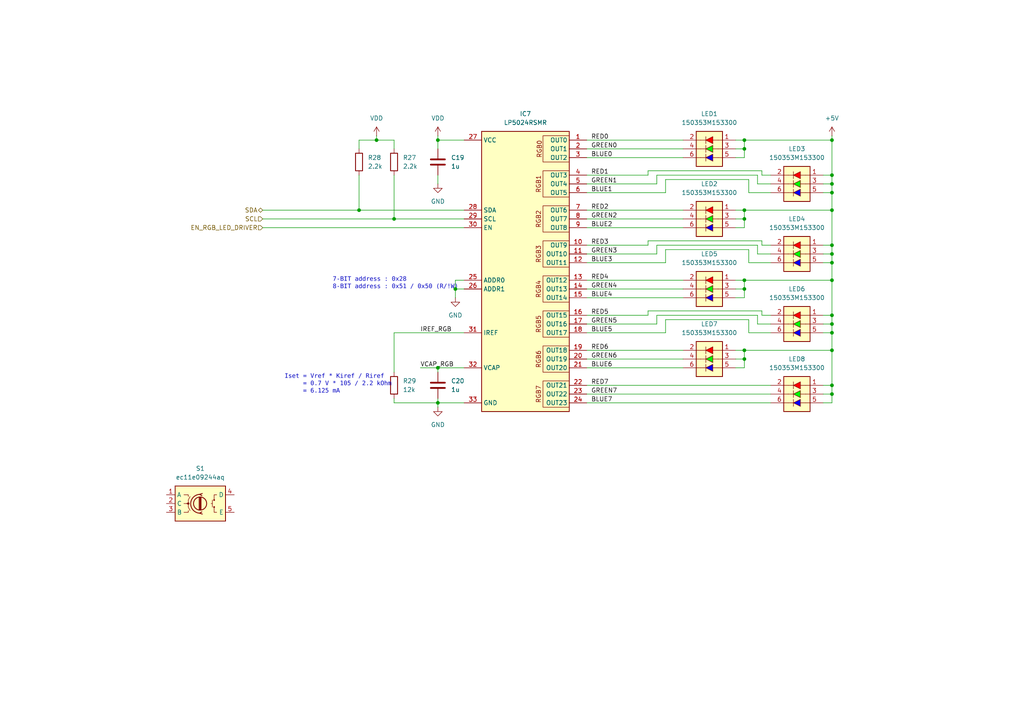
<source format=kicad_sch>
(kicad_sch (version 20250114) (generator "eeschema") (generator_version "9.0")
  (paper "A4")
  (lib_symbols
    (symbol "Device:C" (pin_numbers (hide yes)) (pin_names (offset 0.254))
      (property "Reference" "C" (at 0.635 2.54 0))
      (property "Value" "C" (at 0.635 -2.54 0))
      (symbol "C_0_1"
        (polyline (pts (xy -2.032 0.762) (xy 2.032 0.762)) (stroke (width 0.508)))
        (polyline (pts (xy -2.032 -0.762) (xy 2.032 -0.762)) (stroke (width 0.508)))
      )
      (symbol "C_1_1"
        (pin passive line (at 0 3.81 270) (length 2.794) (name "~") (number "1"))
        (pin passive line (at 0 -3.81 90) (length 2.794) (name "~") (number "2"))
      )
    )
    (symbol "Device:R" (pin_numbers (hide yes)) (pin_names (offset 0))
      (property "Reference" "R" (at 2.032 0 90))
      (property "Value" "R" (at 0 0 90))
      (symbol "R_0_1"
        (rectangle (start -1.016 -2.54) (end 1.016 2.54) (stroke (width 0.254)))
      )
      (symbol "R_1_1"
        (pin passive line (at 0 3.81 270) (length 1.27) (name "~") (number "1"))
        (pin passive line (at 0 -3.81 90) (length 1.27) (name "~") (number "2"))
      )
    )
    (symbol "TrashFlash:150353M153300"
      (property "Reference" "LED" (at 13.97 7.62 0))
      (property "Value" "150353M153300" (at 13.97 5.08 0))
      (symbol "150353M153300_1_1"
        (rectangle (start 13.97 2.54) (end 21.59 -7.62) (stroke (width 0.254)) (fill (type background)))
        (polyline (pts (xy 16.764 0) (xy 15.24 0)))
        (polyline (pts (xy 16.764 -1.016) (xy 16.764 1.016) (xy 18.796 0) (xy 16.764 -1.016)) (fill (type color) (color 255 0 0 1)))
        (polyline (pts (xy 16.764 -2.54) (xy 15.24 -2.54)))
        (polyline (pts (xy 16.764 -3.556) (xy 16.764 -1.524) (xy 18.796 -2.54) (xy 16.764 -3.556)) (fill (type color) (color 0 255 0 1)))
        (polyline (pts (xy 16.764 -5.08) (xy 15.24 -5.08)))
        (polyline (pts (xy 16.764 -6.096) (xy 16.764 -4.064) (xy 18.796 -5.08) (xy 16.764 -6.096)) (fill (type color) (color 0 0 255 1)))
        (polyline (pts (xy 18.796 1.016) (xy 18.796 -1.016)))
        (polyline (pts (xy 18.796 0) (xy 20.32 0)))
        (polyline (pts (xy 18.796 -1.524) (xy 18.796 -3.556)))
        (polyline (pts (xy 18.796 -2.54) (xy 20.32 -2.54)))
        (polyline (pts (xy 18.796 -4.064) (xy 18.796 -6.096)))
        (polyline (pts (xy 18.796 -5.08) (xy 20.32 -5.08)))
        (pin passive line (at 10.16 0 0) (length 5.08) (name "A_RED") (number "1"))
        (pin passive line (at 10.16 -2.54 0) (length 5.08) (name "A_GREEN") (number "3"))
        (pin passive line (at 10.16 -5.08 0) (length 5.08) (name "A_BLUE") (number "5"))
        (pin passive line (at 25.4 0 180) (length 5.08) (name "K_RED") (number "2"))
        (pin passive line (at 25.4 -2.54 180) (length 5.08) (name "K_GREEN") (number "4"))
        (pin passive line (at 25.4 -5.08 180) (length 5.08) (name "K_BLUE") (number "6"))
      )
    )
    (symbol "TrashFlash:LP5024RSMR"
      (property "Reference" "IC" (at -0.254 5.334 0))
      (property "Value" "LP5024RSMR" (at -0.254 2.794 0))
      (symbol "LP5024RSMR_0_1"
        (polyline (pts (xy 25.4 -8.89) (xy 17.78 -8.89) (xy 17.78 -1.27) (xy 25.4 -1.27)))
        (polyline (pts (xy 25.4 -19.05) (xy 17.78 -19.05) (xy 17.78 -11.43) (xy 25.4 -11.43)))
        (polyline (pts (xy 25.4 -29.21) (xy 17.78 -29.21) (xy 17.78 -21.59) (xy 25.4 -21.59)))
        (polyline (pts (xy 25.4 -39.37) (xy 17.78 -39.37) (xy 17.78 -31.75) (xy 25.4 -31.75)))
        (polyline (pts (xy 25.4 -49.53) (xy 17.78 -49.53) (xy 17.78 -41.91) (xy 25.4 -41.91)))
        (polyline (pts (xy 25.4 -59.69) (xy 17.78 -59.69) (xy 17.78 -52.07) (xy 25.4 -52.07)))
        (polyline (pts (xy 25.4 -69.85) (xy 17.78 -69.85) (xy 17.78 -62.23) (xy 25.4 -62.23)))
        (polyline (pts (xy 25.4 -80.01) (xy 17.78 -80.01) (xy 17.78 -72.39) (xy 25.4 -72.39)))
      )
      (symbol "LP5024RSMR_1_1"
        (rectangle (start 0 0) (end 25.4 -81.28) (stroke (width 0.254)) (fill (type background)))
        (text "RGB1" (at 16.51 -15.24 900) (effects (font (size 1.27 1.27))))
        (text "RGB2" (at 16.51 -25.4 900) (effects (font (size 1.27 1.27))))
        (text "RGB3" (at 16.51 -35.56 900) (effects (font (size 1.27 1.27))))
        (text "RGB4" (at 16.51 -45.72 900) (effects (font (size 1.27 1.27))))
        (text "RGB5" (at 16.51 -55.88 900) (effects (font (size 1.27 1.27))))
        (text "RGB6" (at 16.51 -66.04 900) (effects (font (size 1.27 1.27))))
        (text "RGB7" (at 16.51 -76.2 900) (effects (font (size 1.27 1.27))))
        (text "RGB0" (at 16.764 -5.08 900) (effects (font (size 1.27 1.27))))
        (pin power_in line (at -5.08 -2.54 0) (length 5.08) (name "VCC") (number "27"))
        (pin bidirectional line (at -5.08 -22.86 0) (length 5.08) (name "SDA") (number "28"))
        (pin bidirectional line (at -5.08 -25.4 0) (length 5.08) (name "SCL") (number "29"))
        (pin input line (at -5.08 -27.94 0) (length 5.08) (name "EN") (number "30"))
        (pin input line (at -5.08 -43.18 0) (length 5.08) (name "ADDR0") (number "25"))
        (pin input line (at -5.08 -45.72 0) (length 5.08) (name "ADDR1") (number "26"))
        (pin input line (at -5.08 -58.42 0) (length 5.08) (name "IREF") (number "31"))
        (pin power_in line (at -5.08 -68.58 0) (length 5.08) (name "VCAP") (number "32"))
        (pin power_in line (at -5.08 -78.74 0) (length 5.08) (name "GND") (number "33"))
        (pin output line (at 30.48 -2.54 180) (length 5.08) (name "OUT0") (number "1"))
        (pin output line (at 30.48 -5.08 180) (length 5.08) (name "OUT1") (number "2"))
        (pin output line (at 30.48 -7.62 180) (length 5.08) (name "OUT2") (number "3"))
        (pin output line (at 30.48 -12.7 180) (length 5.08) (name "OUT3") (number "4"))
        (pin output line (at 30.48 -15.24 180) (length 5.08) (name "OUT4") (number "5"))
        (pin output line (at 30.48 -17.78 180) (length 5.08) (name "OUT5") (number "6"))
        (pin output line (at 30.48 -22.86 180) (length 5.08) (name "OUT6") (number "7"))
        (pin output line (at 30.48 -25.4 180) (length 5.08) (name "OUT7") (number "8"))
        (pin output line (at 30.48 -27.94 180) (length 5.08) (name "OUT8") (number "9"))
        (pin output line (at 30.48 -33.02 180) (length 5.08) (name "OUT9") (number "10"))
        (pin output line (at 30.48 -35.56 180) (length 5.08) (name "OUT10") (number "11"))
        (pin output line (at 30.48 -38.1 180) (length 5.08) (name "OUT11") (number "12"))
        (pin output line (at 30.48 -43.18 180) (length 5.08) (name "OUT12") (number "13"))
        (pin output line (at 30.48 -45.72 180) (length 5.08) (name "OUT13") (number "14"))
        (pin output line (at 30.48 -48.26 180) (length 5.08) (name "OUT14") (number "15"))
        (pin output line (at 30.48 -53.34 180) (length 5.08) (name "OUT15") (number "16"))
        (pin output line (at 30.48 -55.88 180) (length 5.08) (name "OUT16") (number "17"))
        (pin output line (at 30.48 -58.42 180) (length 5.08) (name "OUT17") (number "18"))
        (pin output line (at 30.48 -63.5 180) (length 5.08) (name "OUT18") (number "19"))
        (pin output line (at 30.48 -66.04 180) (length 5.08) (name "OUT19") (number "20"))
        (pin output line (at 30.48 -68.58 180) (length 5.08) (name "OUT20") (number "21"))
        (pin output line (at 30.48 -73.66 180) (length 5.08) (name "OUT21") (number "22"))
        (pin output line (at 30.48 -76.2 180) (length 5.08) (name "OUT22") (number "23"))
        (pin output line (at 30.48 -78.74 180) (length 5.08) (name "OUT23") (number "24"))
      )
    )
    (symbol "TrashFlash:ec11e09244aq"
      (property "Reference" "S" (at 0.762 6.096 0))
      (property "Value" "ec11e09244aq" (at 0 0 0))
      (symbol "ec11e09244aq_0_1"
        (rectangle (start 2.54 2.54) (end 17.145 -7.62) (stroke (width 0.254)) (fill (type background)))
        (polyline (pts (xy 5.08 0) (xy 6.35 0) (xy 6.35 -0.508)))
        (polyline (pts (xy 5.08 -2.54) (xy 6.35 -2.54) (xy 6.35 -3.556) (xy 6.858 -4.572)))
        (polyline (pts (xy 5.08 -5.08) (xy 6.35 -5.08) (xy 6.35 -4.572)))
        (polyline (pts (xy 5.842 -2.54) (xy 6.35 -2.54) (xy 6.35 -1.524) (xy 6.858 -0.508)))
        (circle (center 6.35 -2.54) (radius 0.254) (fill (type outline)))
        (polyline (pts (xy 9.525 -4.318) (xy 9.525 -0.762)) (stroke (width 0.254)))
        (circle (center 9.779 -2.54) (radius 1.905) (stroke (width 0.254)))
        (polyline (pts (xy 9.779 -4.318) (xy 9.779 -0.762)) (stroke (width 0.254)))
        (arc (start 9.779 -5.334) (mid 7.0612 -2.6035) (end 9.779 0.127) (stroke (width 0.254)))
        (polyline (pts (xy 10.033 -0.762) (xy 10.033 -4.318)) (stroke (width 0.254)))
        (polyline (pts (xy 10.414 0.381) (xy 9.652 0.127) (xy 10.287 -0.254)) (stroke (width 0.254)))
        (polyline (pts (xy 10.414 -5.588) (xy 9.652 -5.334) (xy 10.287 -4.953)) (stroke (width 0.254)))
        (circle (center 13.843 -1.524) (radius 0.127) (stroke (width 0.254)))
        (circle (center 13.843 -3.556) (radius 0.127) (stroke (width 0.254)))
      )
      (symbol "ec11e09244aq_1_1"
        (polyline (pts (xy 13.335 -1.524) (xy 13.335 -3.556)))
        (polyline (pts (xy 13.335 -2.54) (xy 12.954 -2.54)))
        (polyline (pts (xy 14.605 0) (xy 13.843 0) (xy 13.843 -1.524)))
        (polyline (pts (xy 14.605 -5.08) (xy 13.843 -5.08) (xy 13.843 -3.556)))
        (pin passive line (at 0 0 0) (length 2.54) (name "A") (number "1"))
        (pin passive line (at 0 -2.54 0) (length 2.54) (name "C") (number "2"))
        (pin passive line (at 0 -5.08 0) (length 2.54) (name "B") (number "3"))
        (pin passive line (at 19.685 0 180) (length 2.54) (name "D") (number "4"))
        (pin passive line (at 19.685 -5.08 180) (length 2.54) (name "E") (number "5"))
      )
    )
    (symbol "power:+5V" (power) (pin_numbers (hide yes)) (pin_names (offset 0) (hide yes))
      (property "Value" "+5V" (at 0 3.556 0))
      (symbol "+5V_0_1"
        (polyline (pts (xy -0.762 1.27) (xy 0 2.54)))
        (polyline (pts (xy 0 2.54) (xy 0.762 1.27)))
        (polyline (pts (xy 0 0) (xy 0 2.54)))
      )
      (symbol "+5V_1_1"
        (pin power_in line (at 0 0 90) (length 0) (name "~") (number "1"))
      )
    )
    (symbol "power:GND" (power) (pin_numbers (hide yes)) (pin_names (offset 0) (hide yes))
      (property "Value" "GND" (at 0 -3.81 0))
      (symbol "GND_0_1"
        (polyline (pts (xy 0 0) (xy 0 -1.27) (xy 1.27 -1.27) (xy 0 -2.54) (xy -1.27 -1.27) (xy 0 -1.27)))
      )
      (symbol "GND_1_1"
        (pin power_in line (at 0 0 270) (length 0) (name "~") (number "1"))
      )
    )
    (symbol "power:VDD" (power) (pin_numbers (hide yes)) (pin_names (offset 0) (hide yes))
      (property "Value" "VDD" (at 0 3.556 0))
      (symbol "VDD_0_1"
        (polyline (pts (xy -0.762 1.27) (xy 0 2.54)))
        (polyline (pts (xy 0 2.54) (xy 0.762 1.27)))
        (polyline (pts (xy 0 0) (xy 0 2.54)))
      )
      (symbol "VDD_1_1"
        (pin power_in line (at 0 0 90) (length 0) (name "~") (number "1"))
      )
    )
  )
  (text "7-BIT address : 0x28\n8-BIT address : 0x51 / 0x50 (R/!W)" (at 96.52 82.55 0) (effects (font (size 1.27 1.27)) (justify left)))
  (text "Iset = Vref * Kiref / Riref\n     = 0.7 V * 105 / 2.2 kOhm \n     = 6.125 mA" (at 82.55 111.76 0) (effects (font (size 1.27 1.27)) (justify left)))
  (junction (at 127 40.64))
  (junction (at 114.3 63.5))
  (junction (at 241.3 91.44))
  (junction (at 241.3 71.12))
  (junction (at 215.9 104.14))
  (junction (at 241.3 73.66))
  (junction (at 241.3 55.88))
  (junction (at 241.3 40.64))
  (junction (at 241.3 93.98))
  (junction (at 127 116.84))
  (junction (at 132.08 83.82))
  (junction (at 215.9 40.64))
  (junction (at 241.3 96.52))
  (junction (at 215.9 43.18))
  (junction (at 215.9 83.82))
  (junction (at 241.3 101.6))
  (junction (at 109.22 40.64))
  (junction (at 241.3 53.34))
  (junction (at 241.3 76.2))
  (junction (at 127 106.68))
  (junction (at 215.9 60.96))
  (junction (at 241.3 60.96))
  (junction (at 241.3 81.28))
  (junction (at 215.9 81.28))
  (junction (at 241.3 114.3))
  (junction (at 215.9 63.5))
  (junction (at 241.3 50.8))
  (junction (at 241.3 111.76))
  (junction (at 215.9 101.6))
  (junction (at 104.14 60.96))
  (wire (pts (xy 198.12 40.64) (xy 170.18 40.64)))
  (wire (pts (xy 193.04 76.2) (xy 193.04 72.39)))
  (wire (pts (xy 190.5 71.12) (xy 219.71 71.12)))
  (wire (pts (xy 220.98 49.53) (xy 220.98 50.8)))
  (wire (pts (xy 190.5 53.34) (xy 190.5 50.8)))
  (wire (pts (xy 187.96 91.44) (xy 187.96 90.17)))
  (wire (pts (xy 215.9 83.82) (xy 215.9 81.28)))
  (wire (pts (xy 217.17 55.88) (xy 223.52 55.88)))
  (wire (pts (xy 213.36 81.28) (xy 215.9 81.28)))
  (wire (pts (xy 241.3 76.2) (xy 241.3 73.66)))
  (wire (pts (xy 238.76 71.12) (xy 241.3 71.12)))
  (wire (pts (xy 104.14 60.96) (xy 134.62 60.96)))
  (wire (pts (xy 213.36 86.36) (xy 215.9 86.36)))
  (wire (pts (xy 170.18 55.88) (xy 193.04 55.88)))
  (wire (pts (xy 238.76 96.52) (xy 241.3 96.52)))
  (wire (pts (xy 215.9 45.72) (xy 215.9 43.18)))
  (wire (pts (xy 187.96 49.53) (xy 220.98 49.53)))
  (wire (pts (xy 241.3 40.64) (xy 241.3 50.8)))
  (wire (pts (xy 198.12 43.18) (xy 170.18 43.18)))
  (wire (pts (xy 219.71 53.34) (xy 223.52 53.34)))
  (wire (pts (xy 193.04 52.07) (xy 217.17 52.07)))
  (wire (pts (xy 220.98 69.85) (xy 220.98 71.12)))
  (wire (pts (xy 198.12 106.68) (xy 170.18 106.68)))
  (wire (pts (xy 134.62 81.28) (xy 132.08 81.28)))
  (wire (pts (xy 238.76 53.34) (xy 241.3 53.34)))
  (wire (pts (xy 219.71 50.8) (xy 219.71 53.34)))
  (wire (pts (xy 104.14 43.18) (xy 104.14 40.64)))
  (wire (pts (xy 193.04 55.88) (xy 193.04 52.07)))
  (wire (pts (xy 241.3 55.88) (xy 241.3 53.34)))
  (wire (pts (xy 104.14 40.64) (xy 109.22 40.64)))
  (wire (pts (xy 76.2 63.5) (xy 114.3 63.5)))
  (wire (pts (xy 132.08 83.82) (xy 134.62 83.82)))
  (wire (pts (xy 217.17 72.39) (xy 217.17 76.2)))
  (wire (pts (xy 187.96 90.17) (xy 220.98 90.17)))
  (wire (pts (xy 198.12 63.5) (xy 170.18 63.5)))
  (wire (pts (xy 220.98 71.12) (xy 223.52 71.12)))
  (wire (pts (xy 187.96 50.8) (xy 187.96 49.53)))
  (wire (pts (xy 132.08 81.28) (xy 132.08 83.82)))
  (wire (pts (xy 217.17 92.71) (xy 217.17 96.52)))
  (wire (pts (xy 198.12 45.72) (xy 170.18 45.72)))
  (wire (pts (xy 170.18 73.66) (xy 190.5 73.66)))
  (wire (pts (xy 127 50.8) (xy 127 53.34)))
  (wire (pts (xy 241.3 96.52) (xy 241.3 101.6)))
  (wire (pts (xy 170.18 50.8) (xy 187.96 50.8)))
  (wire (pts (xy 217.17 52.07) (xy 217.17 55.88)))
  (wire (pts (xy 127 39.37) (xy 127 40.64)))
  (wire (pts (xy 215.9 60.96) (xy 241.3 60.96)))
  (wire (pts (xy 220.98 90.17) (xy 220.98 91.44)))
  (wire (pts (xy 193.04 72.39) (xy 217.17 72.39)))
  (wire (pts (xy 198.12 101.6) (xy 170.18 101.6)))
  (wire (pts (xy 213.36 106.68) (xy 215.9 106.68)))
  (wire (pts (xy 170.18 116.84) (xy 223.52 116.84)))
  (wire (pts (xy 241.3 81.28) (xy 241.3 91.44)))
  (wire (pts (xy 213.36 66.04) (xy 215.9 66.04)))
  (wire (pts (xy 190.5 73.66) (xy 190.5 71.12)))
  (wire (pts (xy 114.3 115.57) (xy 114.3 116.84)))
  (wire (pts (xy 238.76 116.84) (xy 241.3 116.84)))
  (wire (pts (xy 170.18 93.98) (xy 190.5 93.98)))
  (wire (pts (xy 241.3 93.98) (xy 241.3 91.44)))
  (wire (pts (xy 114.3 63.5) (xy 134.62 63.5)))
  (wire (pts (xy 215.9 106.68) (xy 215.9 104.14)))
  (wire (pts (xy 114.3 96.52) (xy 134.62 96.52)))
  (wire (pts (xy 219.71 73.66) (xy 223.52 73.66)))
  (wire (pts (xy 241.3 73.66) (xy 241.3 71.12)))
  (wire (pts (xy 215.9 104.14) (xy 215.9 101.6)))
  (wire (pts (xy 170.18 53.34) (xy 190.5 53.34)))
  (wire (pts (xy 76.2 66.04) (xy 134.62 66.04)))
  (wire (pts (xy 220.98 50.8) (xy 223.52 50.8)))
  (wire (pts (xy 76.2 60.96) (xy 104.14 60.96)))
  (wire (pts (xy 114.3 50.8) (xy 114.3 63.5)))
  (wire (pts (xy 127 116.84) (xy 127 118.11)))
  (wire (pts (xy 187.96 71.12) (xy 187.96 69.85)))
  (wire (pts (xy 217.17 96.52) (xy 223.52 96.52)))
  (wire (pts (xy 215.9 86.36) (xy 215.9 83.82)))
  (wire (pts (xy 241.3 101.6) (xy 241.3 111.76)))
  (wire (pts (xy 238.76 93.98) (xy 241.3 93.98)))
  (wire (pts (xy 132.08 83.82) (xy 132.08 86.36)))
  (wire (pts (xy 114.3 96.52) (xy 114.3 107.95)))
  (wire (pts (xy 190.5 91.44) (xy 219.71 91.44)))
  (wire (pts (xy 241.3 114.3) (xy 241.3 111.76)))
  (wire (pts (xy 238.76 73.66) (xy 241.3 73.66)))
  (wire (pts (xy 241.3 53.34) (xy 241.3 50.8)))
  (wire (pts (xy 193.04 92.71) (xy 217.17 92.71)))
  (wire (pts (xy 170.18 96.52) (xy 193.04 96.52)))
  (wire (pts (xy 198.12 83.82) (xy 170.18 83.82)))
  (wire (pts (xy 238.76 91.44) (xy 241.3 91.44)))
  (wire (pts (xy 213.36 83.82) (xy 215.9 83.82)))
  (wire (pts (xy 170.18 76.2) (xy 193.04 76.2)))
  (wire (pts (xy 198.12 60.96) (xy 170.18 60.96)))
  (wire (pts (xy 114.3 116.84) (xy 127 116.84)))
  (wire (pts (xy 198.12 66.04) (xy 170.18 66.04)))
  (wire (pts (xy 241.3 96.52) (xy 241.3 93.98)))
  (wire (pts (xy 121.92 106.68) (xy 127 106.68)))
  (wire (pts (xy 127 115.57) (xy 127 116.84)))
  (wire (pts (xy 220.98 91.44) (xy 223.52 91.44)))
  (wire (pts (xy 215.9 101.6) (xy 241.3 101.6)))
  (wire (pts (xy 241.3 116.84) (xy 241.3 114.3)))
  (wire (pts (xy 241.3 55.88) (xy 241.3 60.96)))
  (wire (pts (xy 187.96 69.85) (xy 220.98 69.85)))
  (wire (pts (xy 241.3 76.2) (xy 241.3 81.28)))
  (wire (pts (xy 219.71 91.44) (xy 219.71 93.98)))
  (wire (pts (xy 241.3 39.37) (xy 241.3 40.64)))
  (wire (pts (xy 213.36 60.96) (xy 215.9 60.96)))
  (wire (pts (xy 104.14 50.8) (xy 104.14 60.96)))
  (wire (pts (xy 109.22 40.64) (xy 114.3 40.64)))
  (wire (pts (xy 213.36 40.64) (xy 215.9 40.64)))
  (wire (pts (xy 217.17 76.2) (xy 223.52 76.2)))
  (wire (pts (xy 213.36 43.18) (xy 215.9 43.18)))
  (wire (pts (xy 170.18 111.76) (xy 223.52 111.76)))
  (wire (pts (xy 213.36 45.72) (xy 215.9 45.72)))
  (wire (pts (xy 190.5 50.8) (xy 219.71 50.8)))
  (wire (pts (xy 114.3 40.64) (xy 114.3 43.18)))
  (wire (pts (xy 198.12 81.28) (xy 170.18 81.28)))
  (wire (pts (xy 215.9 63.5) (xy 215.9 60.96)))
  (wire (pts (xy 213.36 63.5) (xy 215.9 63.5)))
  (wire (pts (xy 241.3 60.96) (xy 241.3 71.12)))
  (wire (pts (xy 190.5 93.98) (xy 190.5 91.44)))
  (wire (pts (xy 219.71 71.12) (xy 219.71 73.66)))
  (wire (pts (xy 127 40.64) (xy 127 43.18)))
  (wire (pts (xy 127 40.64) (xy 134.62 40.64)))
  (wire (pts (xy 213.36 104.14) (xy 215.9 104.14)))
  (wire (pts (xy 127 106.68) (xy 134.62 106.68)))
  (wire (pts (xy 198.12 86.36) (xy 170.18 86.36)))
  (wire (pts (xy 215.9 40.64) (xy 241.3 40.64)))
  (wire (pts (xy 238.76 76.2) (xy 241.3 76.2)))
  (wire (pts (xy 127 116.84) (xy 134.62 116.84)))
  (wire (pts (xy 238.76 55.88) (xy 241.3 55.88)))
  (wire (pts (xy 127 107.95) (xy 127 106.68)))
  (wire (pts (xy 215.9 66.04) (xy 215.9 63.5)))
  (wire (pts (xy 215.9 43.18) (xy 215.9 40.64)))
  (wire (pts (xy 109.22 39.37) (xy 109.22 40.64)))
  (wire (pts (xy 198.12 104.14) (xy 170.18 104.14)))
  (wire (pts (xy 170.18 114.3) (xy 223.52 114.3)))
  (wire (pts (xy 170.18 91.44) (xy 187.96 91.44)))
  (wire (pts (xy 238.76 50.8) (xy 241.3 50.8)))
  (wire (pts (xy 213.36 101.6) (xy 215.9 101.6)))
  (wire (pts (xy 219.71 93.98) (xy 223.52 93.98)))
  (wire (pts (xy 238.76 111.76) (xy 241.3 111.76)))
  (wire (pts (xy 238.76 114.3) (xy 241.3 114.3)))
  (wire (pts (xy 215.9 81.28) (xy 241.3 81.28)))
  (wire (pts (xy 170.18 71.12) (xy 187.96 71.12)))
  (wire (pts (xy 193.04 96.52) (xy 193.04 92.71)))
  (label "RED1" (at 171.45 50.8 0))
  (label "BLUE5" (at 171.45 96.52 0))
  (label "GREEN6" (at 171.45 104.14 0))
  (label "RED2" (at 171.45 60.96 0))
  (label "VCAP_RGB" (at 121.92 106.68 0))
  (label "GREEN3" (at 171.45 73.66 0))
  (label "RED6" (at 171.45 101.6 0))
  (label "GREEN4" (at 171.45 83.82 0))
  (label "RED7" (at 171.45 111.76 0))
  (label "RED4" (at 171.45 81.28 0))
  (label "IREF_RGB" (at 121.92 96.52 0))
  (label "BLUE3" (at 171.45 76.2 0))
  (label "GREEN7" (at 171.45 114.3 0))
  (label "GREEN1" (at 171.45 53.34 0))
  (label "BLUE0" (at 171.45 45.72 0))
  (label "BLUE1" (at 171.45 55.88 0))
  (label "RED5" (at 171.45 91.44 0))
  (label "BLUE2" (at 171.45 66.04 0))
  (label "BLUE7" (at 171.45 116.84 0))
  (label "BLUE4" (at 171.45 86.36 0))
  (label "GREEN0" (at 171.45 43.18 0))
  (label "BLUE6" (at 171.45 106.68 0))
  (label "RED3" (at 171.45 71.12 0))
  (label "RED0" (at 171.45 40.64 0))
  (label "GREEN2" (at 171.45 63.5 0))
  (label "GREEN5" (at 171.45 93.98 0))
  (hierarchical_label "SCL" (shape input) (at 76.2 63.5 180))
  (hierarchical_label "SDA" (shape bidirectional) (at 76.2 60.96 180))
  (hierarchical_label "EN_RGB_LED_DRIVER" (shape input) (at 76.2 66.04 180))
  (symbol (lib_id "TrashFlash:150353M153300") (at 248.92 71.12 0) (mirror y) (unit 1)
    (property "Reference" "LED4" (at 231.14 63.5 0))
    (property "Value" "150353M153300" (at 231.14 66.04 0))
    (property "Footprint" "TrashFlash:150353M153300" (effects (hide yes)))
    (property "Datasheet" "https://www.we-online.com/components/products/datasheet/150353M153300.pdf" (effects (hide yes)))
    (property "Description" "Standard LEDs - SMD WL-SFTD SMD Top Diff SMD 3535 RGB" (effects (hide yes)))
    (property "Height" "2.9" (effects (hide yes)))
    (property "Mouser Part Number" "710-150353M153300" (effects (hide yes)))
    (property "Mouser Price/Stock" "https://www.mouser.co.uk/ProductDetail/Wurth-Elektronik/150353M153300?qs=fAHHVMwC%252BbjWUoA73sYHEw%3D%3D" (effects (hide yes)))
    (property "Manufacturer_Name" "Wurth Elektronik" (effects (hide yes)))
    (property "Manufacturer_Part_Number" "150353M153300" (effects (hide yes)))
  )
  (symbol (lib_id "TrashFlash:150353M153300") (at 223.52 60.96 0) (mirror y) (unit 1)
    (property "Reference" "LED2" (at 205.74 53.34 0))
    (property "Value" "150353M153300" (at 205.74 55.88 0))
    (property "Footprint" "TrashFlash:150353M153300" (effects (hide yes)))
    (property "Datasheet" "https://www.we-online.com/components/products/datasheet/150353M153300.pdf" (effects (hide yes)))
    (property "Description" "Standard LEDs - SMD WL-SFTD SMD Top Diff SMD 3535 RGB" (effects (hide yes)))
    (property "Height" "2.9" (effects (hide yes)))
    (property "Mouser Part Number" "710-150353M153300" (effects (hide yes)))
    (property "Mouser Price/Stock" "https://www.mouser.co.uk/ProductDetail/Wurth-Elektronik/150353M153300?qs=fAHHVMwC%252BbjWUoA73sYHEw%3D%3D" (effects (hide yes)))
    (property "Manufacturer_Name" "Wurth Elektronik" (effects (hide yes)))
    (property "Manufacturer_Part_Number" "150353M153300" (effects (hide yes)))
  )
  (symbol (lib_id "TrashFlash:ec11e09244aq") (at 48.26 143.51 0) (unit 1)
    (property "Reference" "S1" (at 58.1025 135.89 0))
    (property "Value" "ec11e09244aq" (at 58.1025 138.43 0))
    (property "Footprint" "TrashFlash:ec11e09244aq" (effects (hide yes)))
    (property "Datasheet" "https://eu.mouser.com/datasheet/2/15/alps_alps-s-a0008379064-1-1733314.pdf" (effects (hide yes)))
  )
  (symbol (lib_id "TrashFlash:LP5024RSMR") (at 139.7 38.1 0) (unit 1)
    (property "Reference" "IC7" (at 152.4 33.02 0))
    (property "Value" "LP5024RSMR" (at 152.4 35.56 0))
    (property "Footprint" "TrashFlash:QFN40P400X400X100-33N-D" (effects (hide yes)))
    (property "Datasheet" "http://www.ti.com/lit/gpn/lp5024" (effects (hide yes)))
    (property "Description" "24-Channel I2C Constant-Current RGB LED Driver" (effects (hide yes)))
    (property "Height" "1" (effects (hide yes)))
    (property "Mouser Part Number" "595-LP5024RSMR" (effects (hide yes)))
    (property "Mouser Price/Stock" "https://www.mouser.co.uk/ProductDetail/Texas-Instruments/LP5024RSMR?qs=55YtniHzbhDVcrbfuIdigg%3D%3D" (effects (hide yes)))
    (property "Manufacturer_Name" "Texas Instruments" (effects (hide yes)))
    (property "Manufacturer_Part_Number" "LP5024RSMR" (effects (hide yes)))
  )
  (symbol (lib_id "TrashFlash:150353M153300") (at 248.92 91.44 0) (mirror y) (unit 1)
    (property "Reference" "LED6" (at 231.14 83.82 0))
    (property "Value" "150353M153300" (at 231.14 86.36 0))
    (property "Footprint" "TrashFlash:150353M153300" (effects (hide yes)))
    (property "Datasheet" "https://www.we-online.com/components/products/datasheet/150353M153300.pdf" (effects (hide yes)))
    (property "Description" "Standard LEDs - SMD WL-SFTD SMD Top Diff SMD 3535 RGB" (effects (hide yes)))
    (property "Height" "2.9" (effects (hide yes)))
    (property "Mouser Part Number" "710-150353M153300" (effects (hide yes)))
    (property "Mouser Price/Stock" "https://www.mouser.co.uk/ProductDetail/Wurth-Elektronik/150353M153300?qs=fAHHVMwC%252BbjWUoA73sYHEw%3D%3D" (effects (hide yes)))
    (property "Manufacturer_Name" "Wurth Elektronik" (effects (hide yes)))
    (property "Manufacturer_Part_Number" "150353M153300" (effects (hide yes)))
  )
  (symbol (lib_id "TrashFlash:150353M153300") (at 223.52 81.28 0) (mirror y) (unit 1)
    (property "Reference" "LED5" (at 205.74 73.66 0))
    (property "Value" "150353M153300" (at 205.74 76.2 0))
    (property "Footprint" "TrashFlash:150353M153300" (effects (hide yes)))
    (property "Datasheet" "https://www.we-online.com/components/products/datasheet/150353M153300.pdf" (effects (hide yes)))
    (property "Description" "Standard LEDs - SMD WL-SFTD SMD Top Diff SMD 3535 RGB" (effects (hide yes)))
    (property "Height" "2.9" (effects (hide yes)))
    (property "Mouser Part Number" "710-150353M153300" (effects (hide yes)))
    (property "Mouser Price/Stock" "https://www.mouser.co.uk/ProductDetail/Wurth-Elektronik/150353M153300?qs=fAHHVMwC%252BbjWUoA73sYHEw%3D%3D" (effects (hide yes)))
    (property "Manufacturer_Name" "Wurth Elektronik" (effects (hide yes)))
    (property "Manufacturer_Part_Number" "150353M153300" (effects (hide yes)))
  )
  (symbol (lib_id "power:GND") (at 127 118.11 0) (unit 1)
    (property "Reference" "#PWR038" (effects (hide yes)))
    (property "Value" "GND" (at 127 123.19 0))
    (property "Description" "Power symbol creates a global label with name \"GND\" , ground" (effects (hide yes)))
  )
  (symbol (lib_id "Device:R") (at 104.14 46.99 0) (unit 1)
    (property "Reference" "R28" (at 106.68 45.7199 0) (effects (justify left)))
    (property "Value" "2.2k" (at 106.68 48.2599 0) (effects (justify left)))
    (property "Footprint" "Resistor_SMD:R_0402_1005Metric" (effects (hide yes)))
    (property "Description" "Resistor" (effects (hide yes)))
  )
  (symbol (lib_id "Device:R") (at 114.3 111.76 0) (unit 1)
    (property "Reference" "R29" (at 116.84 110.4899 0) (effects (justify left)))
    (property "Value" "12k" (at 116.84 113.0299 0) (effects (justify left)))
    (property "Footprint" "Resistor_SMD:R_0402_1005Metric" (effects (hide yes)))
    (property "Description" "Resistor" (effects (hide yes)))
  )
  (symbol (lib_id "power:GND") (at 132.08 86.36 0) (unit 1)
    (property "Reference" "#PWR037" (effects (hide yes)))
    (property "Value" "GND" (at 132.08 91.44 0))
    (property "Description" "Power symbol creates a global label with name \"GND\" , ground" (effects (hide yes)))
  )
  (symbol (lib_id "TrashFlash:150353M153300") (at 248.92 50.8 0) (mirror y) (unit 1)
    (property "Reference" "LED3" (at 231.14 43.18 0))
    (property "Value" "150353M153300" (at 231.14 45.72 0))
    (property "Footprint" "TrashFlash:150353M153300" (effects (hide yes)))
    (property "Datasheet" "https://www.we-online.com/components/products/datasheet/150353M153300.pdf" (effects (hide yes)))
    (property "Description" "Standard LEDs - SMD WL-SFTD SMD Top Diff SMD 3535 RGB" (effects (hide yes)))
    (property "Height" "2.9" (effects (hide yes)))
    (property "Mouser Part Number" "710-150353M153300" (effects (hide yes)))
    (property "Mouser Price/Stock" "https://www.mouser.co.uk/ProductDetail/Wurth-Elektronik/150353M153300?qs=fAHHVMwC%252BbjWUoA73sYHEw%3D%3D" (effects (hide yes)))
    (property "Manufacturer_Name" "Wurth Elektronik" (effects (hide yes)))
    (property "Manufacturer_Part_Number" "150353M153300" (effects (hide yes)))
  )
  (symbol (lib_id "power:+5V") (at 241.3 39.37 0) (unit 1)
    (property "Reference" "#PWR031" (effects (hide yes)))
    (property "Value" "+5V" (at 241.3 34.29 0))
    (property "Description" "Power symbol creates a global label with name \"+5V\"" (effects (hide yes)))
  )
  (symbol (lib_id "TrashFlash:150353M153300") (at 248.92 111.76 0) (mirror y) (unit 1)
    (property "Reference" "LED8" (at 231.14 104.14 0))
    (property "Value" "150353M153300" (at 231.14 106.68 0))
    (property "Footprint" "TrashFlash:150353M153300" (effects (hide yes)))
    (property "Datasheet" "https://www.we-online.com/components/products/datasheet/150353M153300.pdf" (effects (hide yes)))
    (property "Description" "Standard LEDs - SMD WL-SFTD SMD Top Diff SMD 3535 RGB" (effects (hide yes)))
    (property "Height" "2.9" (effects (hide yes)))
    (property "Mouser Part Number" "710-150353M153300" (effects (hide yes)))
    (property "Mouser Price/Stock" "https://www.mouser.co.uk/ProductDetail/Wurth-Elektronik/150353M153300?qs=fAHHVMwC%252BbjWUoA73sYHEw%3D%3D" (effects (hide yes)))
    (property "Manufacturer_Name" "Wurth Elektronik" (effects (hide yes)))
    (property "Manufacturer_Part_Number" "150353M153300" (effects (hide yes)))
  )
  (symbol (lib_id "TrashFlash:150353M153300") (at 223.52 40.64 0) (mirror y) (unit 1)
    (property "Reference" "LED1" (at 205.74 33.02 0))
    (property "Value" "150353M153300" (at 205.74 35.56 0))
    (property "Footprint" "TrashFlash:150353M153300" (effects (hide yes)))
    (property "Datasheet" "https://www.we-online.com/components/products/datasheet/150353M153300.pdf" (effects (hide yes)))
    (property "Description" "Standard LEDs - SMD WL-SFTD SMD Top Diff SMD 3535 RGB" (effects (hide yes)))
    (property "Height" "2.9" (effects (hide yes)))
    (property "Mouser Part Number" "710-150353M153300" (effects (hide yes)))
    (property "Mouser Price/Stock" "https://www.mouser.co.uk/ProductDetail/Wurth-Elektronik/150353M153300?qs=fAHHVMwC%252BbjWUoA73sYHEw%3D%3D" (effects (hide yes)))
    (property "Manufacturer_Name" "Wurth Elektronik" (effects (hide yes)))
    (property "Manufacturer_Part_Number" "150353M153300" (effects (hide yes)))
  )
  (symbol (lib_id "Device:C") (at 127 46.99 0) (unit 1)
    (property "Reference" "C19" (at 130.81 45.7199 0) (effects (justify left)))
    (property "Value" "1u" (at 130.81 48.2599 0) (effects (justify left)))
    (property "Footprint" "Capacitor_SMD:C_0603_1608Metric" (effects (hide yes)))
    (property "Description" "Unpolarized capacitor" (effects (hide yes)))
  )
  (symbol (lib_id "power:VDD") (at 109.22 39.37 0) (unit 1)
    (property "Reference" "#PWR035" (effects (hide yes)))
    (property "Value" "VDD" (at 109.22 34.29 0))
    (property "Description" "Power symbol creates a global label with name \"VDD\"" (effects (hide yes)))
  )
  (symbol (lib_id "Device:R") (at 114.3 46.99 0) (unit 1)
    (property "Reference" "R27" (at 116.84 45.7199 0) (effects (justify left)))
    (property "Value" "2.2k" (at 116.84 48.2599 0) (effects (justify left)))
    (property "Footprint" "Resistor_SMD:R_0402_1005Metric" (effects (hide yes)))
    (property "Description" "Resistor" (effects (hide yes)))
  )
  (symbol (lib_id "power:VDD") (at 127 39.37 0) (unit 1)
    (property "Reference" "#PWR036" (effects (hide yes)))
    (property "Value" "VDD" (at 127 34.29 0))
    (property "Description" "Power symbol creates a global label with name \"VDD\"" (effects (hide yes)))
  )
  (symbol (lib_id "TrashFlash:150353M153300") (at 223.52 101.6 0) (mirror y) (unit 1)
    (property "Reference" "LED7" (at 205.74 93.98 0))
    (property "Value" "150353M153300" (at 205.74 96.52 0))
    (property "Footprint" "TrashFlash:150353M153300" (effects (hide yes)))
    (property "Datasheet" "https://www.we-online.com/components/products/datasheet/150353M153300.pdf" (effects (hide yes)))
    (property "Description" "Standard LEDs - SMD WL-SFTD SMD Top Diff SMD 3535 RGB" (effects (hide yes)))
    (property "Height" "2.9" (effects (hide yes)))
    (property "Mouser Part Number" "710-150353M153300" (effects (hide yes)))
    (property "Mouser Price/Stock" "https://www.mouser.co.uk/ProductDetail/Wurth-Elektronik/150353M153300?qs=fAHHVMwC%252BbjWUoA73sYHEw%3D%3D" (effects (hide yes)))
    (property "Manufacturer_Name" "Wurth Elektronik" (effects (hide yes)))
    (property "Manufacturer_Part_Number" "150353M153300" (effects (hide yes)))
  )
  (symbol (lib_id "power:GND") (at 127 53.34 0) (unit 1)
    (property "Reference" "#PWR034" (effects (hide yes)))
    (property "Value" "GND" (at 127 58.42 0))
    (property "Description" "Power symbol creates a global label with name \"GND\" , ground" (effects (hide yes)))
  )
  (symbol (lib_id "Device:C") (at 127 111.76 0) (unit 1)
    (property "Reference" "C20" (at 130.81 110.4899 0) (effects (justify left)))
    (property "Value" "1u" (at 130.81 113.0299 0) (effects (justify left)))
    (property "Footprint" "Capacitor_SMD:C_0603_1608Metric" (effects (hide yes)))
    (property "Description" "Unpolarized capacitor" (effects (hide yes)))
  )
)
</source>
